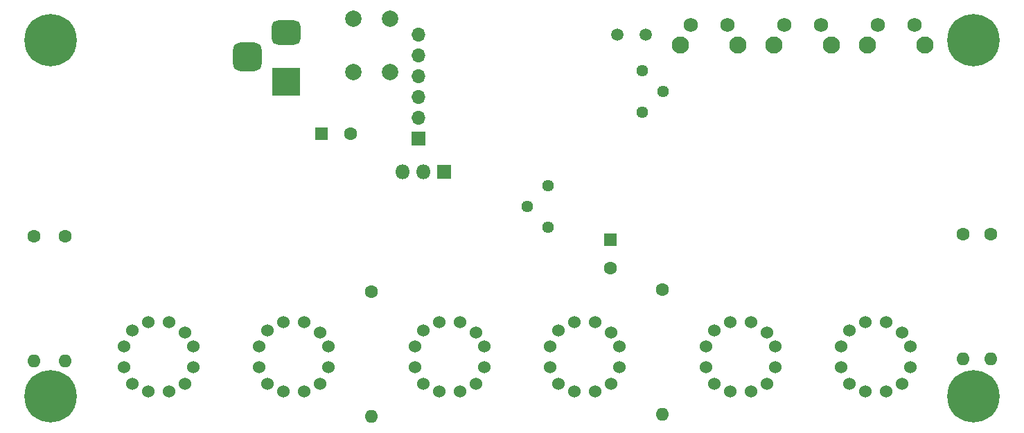
<source format=gbs>
%TF.GenerationSoftware,KiCad,Pcbnew,(6.0.4)*%
%TF.CreationDate,2023-03-05T21:30:01+09:00*%
%TF.ProjectId,VFD__esp32,56464442-0865-4737-9033-322e6b696361,rev?*%
%TF.SameCoordinates,Original*%
%TF.FileFunction,Soldermask,Bot*%
%TF.FilePolarity,Negative*%
%FSLAX46Y46*%
G04 Gerber Fmt 4.6, Leading zero omitted, Abs format (unit mm)*
G04 Created by KiCad (PCBNEW (6.0.4)) date 2023-03-05 21:30:01*
%MOMM*%
%LPD*%
G01*
G04 APERTURE LIST*
G04 Aperture macros list*
%AMRoundRect*
0 Rectangle with rounded corners*
0 $1 Rounding radius*
0 $2 $3 $4 $5 $6 $7 $8 $9 X,Y pos of 4 corners*
0 Add a 4 corners polygon primitive as box body*
4,1,4,$2,$3,$4,$5,$6,$7,$8,$9,$2,$3,0*
0 Add four circle primitives for the rounded corners*
1,1,$1+$1,$2,$3*
1,1,$1+$1,$4,$5*
1,1,$1+$1,$6,$7*
1,1,$1+$1,$8,$9*
0 Add four rect primitives between the rounded corners*
20,1,$1+$1,$2,$3,$4,$5,0*
20,1,$1+$1,$4,$5,$6,$7,0*
20,1,$1+$1,$6,$7,$8,$9,0*
20,1,$1+$1,$8,$9,$2,$3,0*%
G04 Aperture macros list end*
%ADD10C,1.500000*%
%ADD11C,0.800000*%
%ADD12C,6.400000*%
%ADD13C,1.600000*%
%ADD14O,1.600000X1.600000*%
%ADD15C,1.440000*%
%ADD16C,2.100000*%
%ADD17C,1.750000*%
%ADD18C,1.524000*%
%ADD19R,1.600000X1.600000*%
%ADD20R,3.500000X3.500000*%
%ADD21RoundRect,0.750000X-1.000000X0.750000X-1.000000X-0.750000X1.000000X-0.750000X1.000000X0.750000X0*%
%ADD22RoundRect,0.875000X-0.875000X0.875000X-0.875000X-0.875000X0.875000X-0.875000X0.875000X0.875000X0*%
%ADD23R,1.800000X1.800000*%
%ADD24O,1.800000X1.800000*%
%ADD25R,1.700000X1.700000*%
%ADD26O,1.700000X1.700000*%
%ADD27C,2.000000*%
G04 APERTURE END LIST*
D10*
%TO.C,R15*%
X162765000Y-109855000D03*
X166165000Y-109855000D03*
%TD*%
D11*
%TO.C,H2*%
X207945056Y-112187056D03*
X203848000Y-110490000D03*
X208648000Y-110490000D03*
X204550944Y-108792944D03*
X207945056Y-108792944D03*
X206248000Y-108090000D03*
X204550944Y-112187056D03*
X206248000Y-112890000D03*
D12*
X206248000Y-110490000D03*
%TD*%
D13*
%TO.C,R21*%
X91440000Y-134493000D03*
D14*
X91440000Y-149733000D03*
%TD*%
D13*
%TO.C,R22*%
X95250000Y-134493000D03*
D14*
X95250000Y-149733000D03*
%TD*%
D11*
%TO.C,H1*%
X203848000Y-154051000D03*
X204550944Y-152353944D03*
X208648000Y-154051000D03*
X204550944Y-155748056D03*
X206248000Y-156451000D03*
X207945056Y-155748056D03*
X206248000Y-151651000D03*
D12*
X206248000Y-154051000D03*
D11*
X207945056Y-152353944D03*
%TD*%
D15*
%TO.C,RV2*%
X154230000Y-128285000D03*
X151690000Y-130825000D03*
X154230000Y-133365000D03*
%TD*%
D16*
%TO.C,SW5*%
X200335000Y-111152500D03*
X193325000Y-111152500D03*
D17*
X194575000Y-108662500D03*
X199075000Y-108662500D03*
%TD*%
D11*
%TO.C,H3*%
X95872000Y-110490000D03*
X95169056Y-108792944D03*
X93472000Y-112890000D03*
D12*
X93472000Y-110490000D03*
D11*
X93472000Y-108090000D03*
X91774944Y-108792944D03*
X91774944Y-112187056D03*
X95169056Y-112187056D03*
X91072000Y-110490000D03*
%TD*%
D13*
%TO.C,R19*%
X168275000Y-140970000D03*
D14*
X168275000Y-156210000D03*
%TD*%
D18*
%TO.C,U12*%
X126440000Y-146225000D03*
X124440000Y-144975000D03*
X121940000Y-144975000D03*
X119940000Y-145975000D03*
X118940000Y-147975000D03*
X118940000Y-150475000D03*
X119940000Y-152475000D03*
X121940000Y-153475000D03*
X124440000Y-153475000D03*
X126440000Y-152475000D03*
X127440000Y-150475000D03*
X127440000Y-147975000D03*
%TD*%
D13*
%TO.C,R18*%
X208407000Y-134239000D03*
D14*
X208407000Y-149479000D03*
%TD*%
D19*
%TO.C,C1*%
X126617349Y-121920000D03*
D13*
X130117349Y-121920000D03*
%TD*%
D15*
%TO.C,RV1*%
X165810000Y-119365000D03*
X168350000Y-116825000D03*
X165810000Y-114285000D03*
%TD*%
D13*
%TO.C,R8*%
X204978000Y-134239000D03*
D14*
X204978000Y-149479000D03*
%TD*%
D20*
%TO.C,J3*%
X122242500Y-115570000D03*
D21*
X122242500Y-109570000D03*
D22*
X117542500Y-112570000D03*
%TD*%
D18*
%TO.C,U14*%
X109930000Y-146225000D03*
X107930000Y-144975000D03*
X105430000Y-144975000D03*
X103430000Y-145975000D03*
X102430000Y-147975000D03*
X102430000Y-150475000D03*
X103430000Y-152475000D03*
X105430000Y-153475000D03*
X107930000Y-153475000D03*
X109930000Y-152475000D03*
X110930000Y-150475000D03*
X110930000Y-147975000D03*
%TD*%
D13*
%TO.C,R20*%
X132715000Y-141224000D03*
D14*
X132715000Y-156464000D03*
%TD*%
D18*
%TO.C,U9*%
X145490000Y-146225000D03*
X143490000Y-144975000D03*
X140990000Y-144975000D03*
X138990000Y-145975000D03*
X137990000Y-147975000D03*
X137990000Y-150475000D03*
X138990000Y-152475000D03*
X140990000Y-153475000D03*
X143490000Y-153475000D03*
X145490000Y-152475000D03*
X146490000Y-150475000D03*
X146490000Y-147975000D03*
%TD*%
%TO.C,U7*%
X181050000Y-146225000D03*
X179050000Y-144975000D03*
X176550000Y-144975000D03*
X174550000Y-145975000D03*
X173550000Y-147975000D03*
X173550000Y-150475000D03*
X174550000Y-152475000D03*
X176550000Y-153475000D03*
X179050000Y-153475000D03*
X181050000Y-152475000D03*
X182050000Y-150475000D03*
X182050000Y-147975000D03*
%TD*%
D23*
%TO.C,Q1*%
X141605000Y-126625000D03*
D24*
X139065000Y-126625000D03*
X136525000Y-126625000D03*
%TD*%
D16*
%TO.C,SW4*%
X181895000Y-111152500D03*
X188905000Y-111152500D03*
D17*
X183145000Y-108662500D03*
X187645000Y-108662500D03*
%TD*%
D19*
%TO.C,C9*%
X161925000Y-134872349D03*
D13*
X161925000Y-138372349D03*
%TD*%
D18*
%TO.C,U8*%
X162000000Y-146225000D03*
X160000000Y-144975000D03*
X157500000Y-144975000D03*
X155500000Y-145975000D03*
X154500000Y-147975000D03*
X154500000Y-150475000D03*
X155500000Y-152475000D03*
X157500000Y-153475000D03*
X160000000Y-153475000D03*
X162000000Y-152475000D03*
X163000000Y-150475000D03*
X163000000Y-147975000D03*
%TD*%
D25*
%TO.C,J1*%
X138455000Y-122555000D03*
D26*
X138455000Y-120015000D03*
X138455000Y-117475000D03*
X138455000Y-114935000D03*
X138455000Y-112395000D03*
X138455000Y-109855000D03*
%TD*%
D27*
%TO.C,SW1*%
X130465000Y-114375000D03*
X130465000Y-107875000D03*
X134965000Y-107875000D03*
X134965000Y-114375000D03*
%TD*%
D11*
%TO.C,H4*%
X91072000Y-154051000D03*
X93472000Y-151651000D03*
X95169056Y-152353944D03*
X91774944Y-155748056D03*
X91774944Y-152353944D03*
X95169056Y-155748056D03*
X93472000Y-156451000D03*
D12*
X93472000Y-154051000D03*
D11*
X95872000Y-154051000D03*
%TD*%
D16*
%TO.C,SW3*%
X170465000Y-111152500D03*
X177475000Y-111152500D03*
D17*
X171715000Y-108662500D03*
X176215000Y-108662500D03*
%TD*%
D18*
%TO.C,U5*%
X197560000Y-146225000D03*
X195560000Y-144975000D03*
X193060000Y-144975000D03*
X191060000Y-145975000D03*
X190060000Y-147975000D03*
X190060000Y-150475000D03*
X191060000Y-152475000D03*
X193060000Y-153475000D03*
X195560000Y-153475000D03*
X197560000Y-152475000D03*
X198560000Y-150475000D03*
X198560000Y-147975000D03*
%TD*%
M02*

</source>
